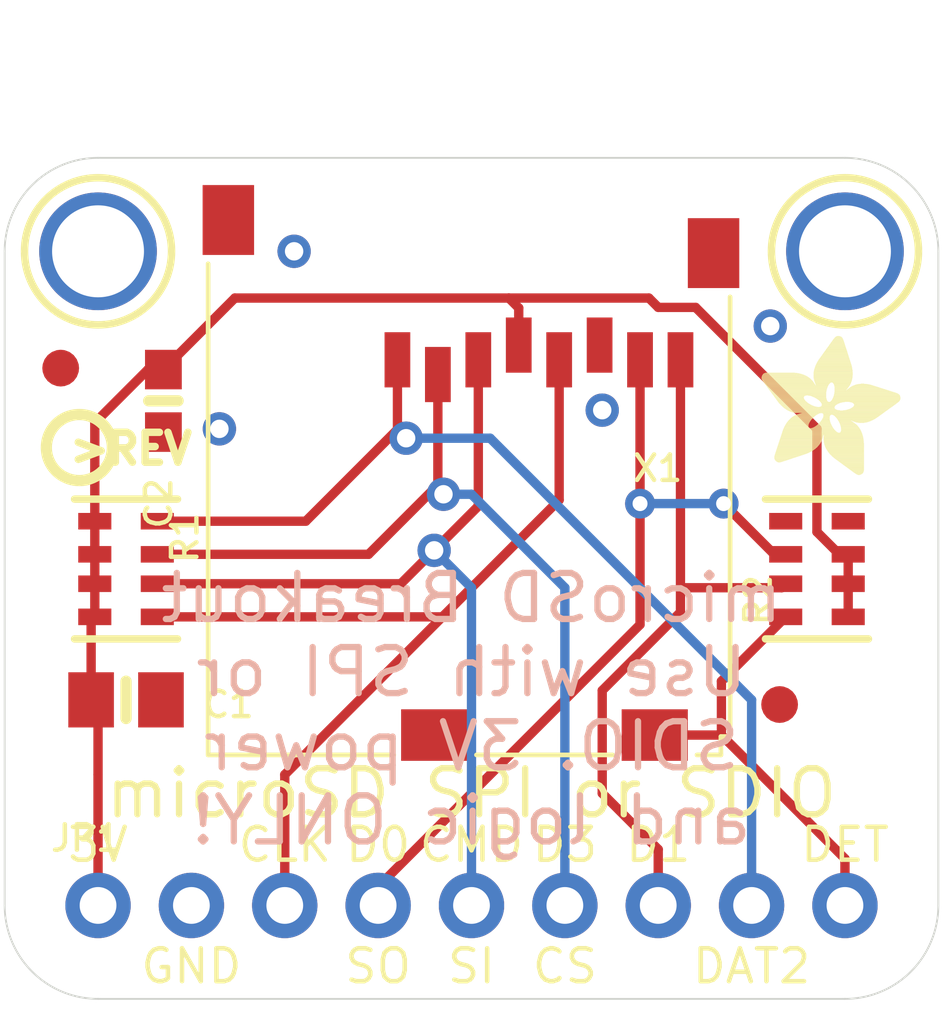
<source format=kicad_pcb>
(kicad_pcb (version 20211014) (generator pcbnew)
  (layers (0 "F.Cu" signal) (31 "B.Cu" signal) (34 "B.Paste" user) (35 "F.Paste" user) (36 "B.SilkS" user "B.Silkscreen") (37 "F.SilkS" user "F.Silkscreen") (38 "B.Mask" user) (39 "F.Mask" user) (44 "Edge.Cuts" user))
  (net 0 "")
  (net 1 "GND")
  (net 2 "DO")
  (net 3 "DI")
  (net 4 "SCLK")
  (net 5 "CS")
  (net 6 "DAT1")
  (net 7 "DAT2")
  (net 8 "3.3V")
  (net 9 "CARDDET")
  (footprint "boardEagle:PCBFEAT-REV-040" (layer "F.Cu") (at 137.8331 101.4476)
    (fp_text reference "U$7" hide)
    (fp_text value "" hide)
    (fp_text user ">REV" (at -0.3556 0.508) (layer "F.SilkS") (effects (font (size 0.8128 0.8128) (thickness 0.2032)) (justify left bottom)))
  )
  (footprint "boardEagle:RESPACK_4X0603" (layer "F.Cu") (at 157.8991 104.7496 90)
    (fp_text reference "R2" (at -1.6 -1.6 90) (layer "F.SilkS") (effects (font (size 0.692831 0.692831) (thickness 0.119969)) (justify left)))
    (fp_text value "47K")
    (pad "1" smd rect (at -1.3 0.85 90) (size 0.45 0.9) (layers "F.Cu" "F.Paste" "F.Mask") (net 8 "3.3V"))
    (pad "2" smd rect (at -0.4 0.85 90) (size 0.45 0.9) (layers "F.Cu" "F.Paste" "F.Mask") (net 8 "3.3V"))
    (pad "3" smd rect (at 0.4 0.85 90) (size 0.45 0.9) (layers "F.Cu" "F.Paste" "F.Mask") (net 8 "3.3V"))
    (pad "4" smd rect (at 1.3 0.85 90) (size 0.45 0.9) (layers "F.Cu" "F.Paste" "F.Mask"))
    (pad "5" smd rect (at 1.3 -0.85 90) (size 0.45 0.9) (layers "F.Cu" "F.Paste" "F.Mask"))
    (pad "6" smd rect (at 0.4 -0.85 90) (size 0.45 0.9) (layers "F.Cu" "F.Paste" "F.Mask") (net 2 "DO"))
    (pad "7" smd rect (at -0.4 -0.85 90) (size 0.45 0.9) (layers "F.Cu" "F.Paste" "F.Mask") (net 6 "DAT1"))
    (pad "8" smd rect (at -1.3 -0.85 90) (size 0.45 0.9) (layers "F.Cu" "F.Paste" "F.Mask") (net 9 "CARDDET"))
  )
  (footprint "boardEagle:1X09_ROUND_70" (layer "F.Cu") (at 148.5011 113.8936)
    (fp_text reference "JP1" (at -11.5062 -1.8288) (layer "F.SilkS") (effects (font (size 0.692831 0.692831) (thickness 0.119969)) (justify left)))
    (fp_text value "")
    (pad "1" thru_hole circle (at -10.16 0 90) (size 1.778 1.778) (drill 1) (layers *.Cu *.Mask) (net 8 "3.3V"))
    (pad "2" thru_hole circle (at -7.62 0 90) (size 1.778 1.778) (drill 1) (layers *.Cu *.Mask) (net 1 "GND"))
    (pad "3" thru_hole circle (at -5.08 0 90) (size 1.778 1.778) (drill 1) (layers *.Cu *.Mask) (net 4 "SCLK"))
    (pad "4" thru_hole circle (at -2.54 0 90) (size 1.778 1.778) (drill 1) (layers *.Cu *.Mask) (net 2 "DO"))
    (pad "5" thru_hole circle (at 0 0 90) (size 1.778 1.778) (drill 1) (layers *.Cu *.Mask) (net 3 "DI"))
    (pad "6" thru_hole circle (at 2.54 0 90) (size 1.778 1.778) (drill 1) (layers *.Cu *.Mask) (net 5 "CS"))
    (pad "7" thru_hole circle (at 5.08 0 90) (size 1.778 1.778) (drill 1) (layers *.Cu *.Mask) (net 6 "DAT1"))
    (pad "8" thru_hole circle (at 7.62 0 90) (size 1.778 1.778) (drill 1) (layers *.Cu *.Mask) (net 7 "DAT2"))
    (pad "9" thru_hole circle (at 10.16 0 90) (size 1.778 1.778) (drill 1) (layers *.Cu *.Mask) (net 9 "CARDDET"))
  )
  (footprint "boardEagle:RESPACK_4X0603" (layer "F.Cu") (at 139.1031 104.7496 -90)
    (fp_text reference "R1" (at -1.6 -1.6 90) (layer "F.SilkS") (effects (font (size 0.692831 0.692831) (thickness 0.119969)) (justify right)))
    (fp_text value "47K")
    (pad "1" smd rect (at -1.3 0.85 270) (size 0.45 0.9) (layers "F.Cu" "F.Paste" "F.Mask") (net 8 "3.3V"))
    (pad "2" smd rect (at -0.4 0.85 270) (size 0.45 0.9) (layers "F.Cu" "F.Paste" "F.Mask") (net 8 "3.3V"))
    (pad "3" smd rect (at 0.4 0.85 270) (size 0.45 0.9) (layers "F.Cu" "F.Paste" "F.Mask") (net 8 "3.3V"))
    (pad "4" smd rect (at 1.3 0.85 270) (size 0.45 0.9) (layers "F.Cu" "F.Paste" "F.Mask") (net 8 "3.3V"))
    (pad "5" smd rect (at 1.3 -0.85 270) (size 0.45 0.9) (layers "F.Cu" "F.Paste" "F.Mask") (net 4 "SCLK"))
    (pad "6" smd rect (at 0.4 -0.85 270) (size 0.45 0.9) (layers "F.Cu" "F.Paste" "F.Mask") (net 3 "DI"))
    (pad "7" smd rect (at -0.4 -0.85 270) (size 0.45 0.9) (layers "F.Cu" "F.Paste" "F.Mask") (net 5 "CS"))
    (pad "8" smd rect (at -1.3 -0.85 270) (size 0.45 0.9) (layers "F.Cu" "F.Paste" "F.Mask") (net 7 "DAT2"))
  )
  (footprint "boardEagle:ADAFRUIT_3.5MM" (layer "F.Cu") (at 156.3751 102.2096)
    (fp_text reference "U$4" hide)
    (fp_text value "" hide)
  )
  (footprint "boardEagle:0805-NO" (layer "F.Cu") (at 139.1031 108.3056)
    (fp_text reference "C1" (at 2.032 0.127) (layer "F.SilkS") (effects (font (size 0.692831 0.692831) (thickness 0.119969)) (justify left)))
    (fp_text value "10uF")
    (pad "1" smd rect (at -0.95 0) (size 1.24 1.5) (layers "F.Cu" "F.Paste" "F.Mask") (net 8 "3.3V"))
    (pad "2" smd rect (at 0.95 0) (size 1.24 1.5) (layers "F.Cu" "F.Paste" "F.Mask") (net 1 "GND"))
  )
  (footprint "boardEagle:0603-NO" (layer "F.Cu") (at 140.1191 100.1776 -90)
    (fp_text reference "C2" (at 2.032 0.127 90) (layer "F.SilkS") (effects (font (size 0.692831 0.692831) (thickness 0.119969)) (justify right)))
    (fp_text value "0.1uF")
    (pad "1" smd rect (at -0.85 0 270) (size 1.075 1) (layers "F.Cu" "F.Paste" "F.Mask") (net 8 "3.3V"))
    (pad "2" smd rect (at 0.85 0 270) (size 1.075 1) (layers "F.Cu" "F.Paste" "F.Mask") (net 1 "GND"))
  )
  (footprint "boardEagle:MOUNTINGHOLE_2.5_PLATED" (layer "F.Cu") (at 138.3411 96.1136)
    (fp_text reference "U$1" hide)
    (fp_text value "MOUNTINGHOLE2.5" hide)
    (pad "P$1" thru_hole circle (at 0 0) (size 3.2 3.2) (drill 2.5) (layers *.Cu *.Mask))
  )
  (footprint "boardEagle:FIDUCIAL_1MM" (layer "F.Cu") (at 137.3251 99.2886)
    (fp_text reference "FID1" hide)
    (fp_text value "FIDUCIAL\"\"" hide)
    (pad "1" smd roundrect (at 0 0) (size 1 1) (layers "F.Cu" "F.Mask") (roundrect_rratio 0.5))
  )
  (footprint "boardEagle:MICROSD" (layer "F.Cu") (at 155.4861 109.7026 180)
    (fp_text reference "X1" (at 1.18 7.69) (layer "F.SilkS") (effects (font (size 0.692831 0.692831) (thickness 0.119969)) (justify right)))
    (fp_text value "microSD")
    (pad "1" smd rect (at 9 10.64 180) (size 0.7 1.5) (layers "F.Cu" "F.Paste" "F.Mask") (net 7 "DAT2"))
    (pad "2" smd rect (at 7.9 10.24 180) (size 0.7 1.5) (layers "F.Cu" "F.Paste" "F.Mask") (net 5 "CS"))
    (pad "3" smd rect (at 6.8 10.64 180) (size 0.7 1.5) (layers "F.Cu" "F.Paste" "F.Mask") (net 3 "DI"))
    (pad "4" smd rect (at 5.7 11.04 180) (size 0.7 1.5) (layers "F.Cu" "F.Paste" "F.Mask") (net 8 "3.3V"))
    (pad "5" smd rect (at 4.6 10.64 180) (size 0.7 1.5) (layers "F.Cu" "F.Paste" "F.Mask") (net 4 "SCLK"))
    (pad "6" smd rect (at 3.5 11.04 180) (size 0.7 1.5) (layers "F.Cu" "F.Paste" "F.Mask") (net 1 "GND"))
    (pad "7" smd rect (at 2.4 10.64 180) (size 0.7 1.5) (layers "F.Cu" "F.Paste" "F.Mask") (net 2 "DO"))
    (pad "8" smd rect (at 1.3 10.64 180) (size 0.7 1.5) (layers "F.Cu" "F.Paste" "F.Mask") (net 6 "DAT1"))
    (pad "CD1" smd rect (at 2 0.44 270) (size 1.4 1.8) (layers "F.Cu" "F.Paste" "F.Mask") (net 9 "CARDDET"))
    (pad "CD2" smd rect (at 8 0.44 270) (size 1.4 1.8) (layers "F.Cu" "F.Paste" "F.Mask"))
    (pad "MT1" smd rect (at 0.4 13.54 180) (size 1.4 1.9) (layers "F.Cu" "F.Paste" "F.Mask") (net 1 "GND"))
    (pad "MT2" smd rect (at 13.6 14.44 180) (size 1.4 1.9) (layers "F.Cu" "F.Paste" "F.Mask") (net 1 "GND"))
  )
  (footprint "boardEagle:FIDUCIAL_1MM" (layer "F.Cu") (at 156.8831 108.4326)
    (fp_text reference "FID2" hide)
    (fp_text value "FIDUCIAL\"\"" hide)
    (pad "1" smd roundrect (at 0 0) (size 1 1) (layers "F.Cu" "F.Mask") (roundrect_rratio 0.5))
  )
  (footprint "boardEagle:MOUNTINGHOLE_2.5_PLATED" (layer "F.Cu") (at 158.6611 96.1136)
    (fp_text reference "U$2" hide)
    (fp_text value "MOUNTINGHOLE2.5" hide)
    (pad "P$1" thru_hole circle (at 0 0) (size 3.2 3.2) (drill 2.5) (layers *.Cu *.Mask))
  )
  (gr_line (start 138.3411 93.5736) (end 158.6611 93.5736) (layer "Edge.Cuts") (width 0.05))
  (gr_line (start 158.6611 116.4336) (end 138.3411 116.4336) (layer "Edge.Cuts") (width 0.05))
  (gr_arc (start 138.3411 116.4336) (mid 136.545049 115.689651) (end 135.8011 113.8936) (layer "Edge.Cuts") (width 0.05))
  (gr_arc (start 135.8011 96.1136) (mid 136.545049 94.317549) (end 138.3411 93.5736) (layer "Edge.Cuts") (width 0.05))
  (gr_arc (start 161.2011 113.8936) (mid 160.457151 115.689651) (end 158.6611 116.4336) (layer "Edge.Cuts") (width 0.05))
  (gr_line (start 161.2011 96.1136) (end 161.2011 113.8936) (layer "Edge.Cuts") (width 0.05))
  (gr_arc (start 158.6611 93.5736) (mid 160.457151 94.317549) (end 161.2011 96.1136) (layer "Edge.Cuts") (width 0.05))
  (gr_line (start 135.8011 113.8936) (end 135.8011 96.1136) (layer "Edge.Cuts") (width 0.05))
  (gr_text "microSD Breakout\nUse with SPI or\nSDIO. 3V power\nand logic ONLY!" (at 148.5011 108.5596) (layer "B.SilkS") (effects (font (size 1.251712 1.251712) (thickness 0.170688)) (justify mirror)))
  (gr_text "GND" (at 140.8811 115.5446) (layer "F.SilkS") (effects (font (size 0.89408 0.89408) (thickness 0.12192))))
  (gr_text "D0" (at 145.9611 112.2426) (layer "F.SilkS") (effects (font (size 0.89408 0.89408) (thickness 0.12192))))
  (gr_text "CMD" (at 148.5011 112.2426) (layer "F.SilkS") (effects (font (size 0.89408 0.89408) (thickness 0.12192))))
  (gr_text "CS" (at 151.0411 115.5446) (layer "F.SilkS") (effects (font (size 0.89408 0.89408) (thickness 0.12192))))
  (gr_text "D3" (at 151.0411 112.2426) (layer "F.SilkS") (effects (font (size 0.89408 0.89408) (thickness 0.12192))))
  (gr_text "SI" (at 148.5011 115.5446) (layer "F.SilkS") (effects (font (size 0.89408 0.89408) (thickness 0.12192))))
  (gr_text "3V" (at 138.3411 112.2426) (layer "F.SilkS") (effects (font (size 0.89408 0.89408) (thickness 0.12192))))
  (gr_text "SO" (at 145.9611 115.5446) (layer "F.SilkS") (effects (font (size 0.89408 0.89408) (thickness 0.12192))))
  (gr_text "CLK" (at 143.4211 112.2426) (layer "F.SilkS") (effects (font (size 0.89408 0.89408) (thickness 0.12192))))
  (gr_text "D1" (at 153.5811 112.2426) (layer "F.SilkS") (effects (font (size 0.89408 0.89408) (thickness 0.12192))))
  (gr_text "DET" (at 158.6611 112.2426) (layer "F.SilkS") (effects (font (size 0.89408 0.89408) (thickness 0.12192))))
  (gr_text "DAT2" (at 156.1211 115.5446) (layer "F.SilkS") (effects (font (size 0.89408 0.89408) (thickness 0.12192))))
  (gr_text "microSD SPI or SDIO" (at 148.5011 110.8456) (layer "F.SilkS") (effects (font (size 1.251712 1.251712) (thickness 0.170688))))
  (via (at 156.6291 98.1456) (size 0.9064) (drill 0.5) (layers "F.Cu" "B.Cu") (net 1))
  (via (at 141.6431 100.9396) (size 0.9064) (drill 0.5) (layers "F.Cu" "B.Cu") (net 1))
  (via (at 143.6751 96.1136) (size 0.9064) (drill 0.5) (layers "F.Cu" "B.Cu") (net 1))
  (via (at 152.0571 100.4316) (size 0.9064) (drill 0.5) (layers "F.Cu" "B.Cu") (net 1))
  (segment (start 145.9611 113.3856) (end 145.9611 113.8936) (width 0.254) (layer "F.Cu") (net 2))
  (segment (start 156.7371 104.3496) (end 155.3591 102.9716) (width 0.254) (layer "F.Cu") (net 2))
  (segment (start 157.0491 104.3496) (end 156.7371 104.3496) (width 0.254) (layer "F.Cu") (net 2))
  (segment (start 153.0861 102.9716) (end 153.0861 106.2606) (width 0.254) (layer "F.Cu") (net 2))
  (segment (start 153.0861 106.2606) (end 145.9611 113.3856) (width 0.254) (layer "F.Cu") (net 2))
  (segment (start 153.0861 99.0626) (end 153.0861 102.9716) (width 0.254) (layer "F.Cu") (net 2))
  (via (at 155.3591 102.9716) (size 0.8128) (drill 0.4064) (layers "F.Cu" "B.Cu") (net 2))
  (via (at 153.0861 102.9716) (size 0.8128) (drill 0.4064) (layers "F.Cu" "B.Cu") (net 2))
  (segment (start 155.3591 102.9716) (end 153.0861 102.9716) (width 0.254) (layer "B.Cu") (net 2))
  (segment (start 148.6861 103.0406) (end 147.4851 104.2416) (width 0.254) (layer "F.Cu") (net 3))
  (segment (start 147.4851 104.2416) (end 146.5771 105.1496) (width 0.254) (layer "F.Cu") (net 3))
  (segment (start 148.6861 99.0626) (end 148.6861 103.0406) (width 0.254) (layer "F.Cu") (net 3))
  (segment (start 139.9531 105.1496) (end 146.5771 105.1496) (width 0.254) (layer "F.Cu") (net 3))
  (via (at 147.4851 104.2416) (size 0.9064) (drill 0.5) (layers "F.Cu" "B.Cu") (net 3))
  (segment (start 148.5011 105.2576) (end 148.5011 113.8936) (width 0.254) (layer "B.Cu") (net 3))
  (segment (start 147.4851 104.2416) (end 148.5011 105.2576) (width 0.254) (layer "B.Cu") (net 3))
  (segment (start 150.8861 102.8726) (end 147.7091 106.0496) (width 0.254) (layer "F.Cu") (net 4))
  (segment (start 143.4211 110.3376) (end 143.4211 113.8936) (width 0.254) (layer "F.Cu") (net 4))
  (segment (start 147.7091 106.0496) (end 143.4211 110.3376) (width 0.254) (layer "F.Cu") (net 4))
  (segment (start 150.8861 99.0626) (end 150.8861 102.8726) (width 0.254) (layer "F.Cu") (net 4))
  (segment (start 139.9531 106.0496) (end 147.7091 106.0496) (width 0.254) (layer "F.Cu") (net 4))
  (segment (start 147.5861 102.5646) (end 147.7391 102.7176) (width 0.254) (layer "F.Cu") (net 5))
  (segment (start 147.5861 102.4636) (end 147.5861 102.5646) (width 0.254) (layer "F.Cu") (net 5))
  (segment (start 139.9531 104.3496) (end 145.7001 104.3496) (width 0.254) (layer "F.Cu") (net 5))
  (segment (start 145.7001 104.3496) (end 147.5861 102.4636) (width 0.254) (layer "F.Cu") (net 5))
  (segment (start 147.5861 99.4626) (end 147.5861 102.4636) (width 0.254) (layer "F.Cu") (net 5))
  (via (at 147.7391 102.7176) (size 0.9064) (drill 0.5) (layers "F.Cu" "B.Cu") (net 5))
  (segment (start 151.0411 105.2576) (end 148.5011 102.7176) (width 0.254) (layer "B.Cu") (net 5))
  (segment (start 148.5011 102.7176) (end 147.7391 102.7176) (width 0.254) (layer "B.Cu") (net 5))
  (segment (start 151.0411 105.2576) (end 151.0411 113.8936) (width 0.254) (layer "B.Cu") (net 5))
  (segment (start 152.0571 110.8456) (end 153.5811 112.3696) (width 0.254) (layer "F.Cu") (net 6))
  (segment (start 154.1861 105.9226) (end 152.0571 108.0516) (width 0.254) (layer "F.Cu") (net 6))
  (segment (start 152.0571 108.0516) (end 152.0571 110.8456) (width 0.254) (layer "F.Cu") (net 6))
  (segment (start 154.1861 105.2576) (end 154.1861 105.9226) (width 0.254) (layer "F.Cu") (net 6))
  (segment (start 157.0491 105.1496) (end 156.9411 105.2576) (width 0.254) (layer "F.Cu") (net 6))
  (segment (start 154.1861 99.0626) (end 154.1861 105.2576) (width 0.254) (layer "F.Cu") (net 6))
  (segment (start 156.9411 105.2576) (end 154.1861 105.2576) (width 0.254) (layer "F.Cu") (net 6))
  (segment (start 153.5811 112.3696) (end 153.5811 113.8936) (width 0.254) (layer "F.Cu") (net 6))
  (segment (start 143.9931 103.4496) (end 146.4861 100.9566) (width 0.254) (layer "F.Cu") (net 7))
  (segment (start 146.4861 100.9566) (end 146.4861 99.0626) (width 0.254) (layer "F.Cu") (net 7))
  (segment (start 146.7231 101.1936) (end 146.4861 100.9566) (width 0.254) (layer "F.Cu") (net 7))
  (segment (start 139.9531 103.4496) (end 143.9931 103.4496) (width 0.254) (layer "F.Cu") (net 7))
  (via (at 146.7231 101.1936) (size 0.9064) (drill 0.5) (layers "F.Cu" "B.Cu") (net 7))
  (segment (start 156.1211 108.3056) (end 149.0091 101.1936) (width 0.254) (layer "B.Cu") (net 7))
  (segment (start 156.1211 113.8936) (end 156.1211 108.3056) (width 0.254) (layer "B.Cu") (net 7))
  (segment (start 149.0091 101.1936) (end 146.7231 101.1936) (width 0.254) (layer "B.Cu") (net 7))
  (segment (start 153.5811 97.6376) (end 153.3271 97.3836) (width 0.254) (layer "F.Cu") (net 8))
  (segment (start 139.6991 99.3276) (end 138.2531 100.7736) (width 0.254) (layer "F.Cu") (net 8))
  (segment (start 149.5171 97.3836) (end 149.7861 97.6526) (width 0.254) (layer "F.Cu") (net 8))
  (segment (start 140.1191 99.3276) (end 142.0631 97.3836) (width 0.254) (layer "F.Cu") (net 8))
  (segment (start 153.3271 97.3836) (end 149.5171 97.3836) (width 0.254) (layer "F.Cu") (net 8))
  (segment (start 158.7491 104.3496) (end 158.7491 105.1496) (width 0.254) (layer "F.Cu") (net 8))
  (segment (start 138.1531 108.3056) (end 138.3411 108.3056) (width 0.254) (layer "F.Cu") (net 8))
  (segment (start 138.1531 108.3056) (end 138.1531 106.1496) (width 0.254) (layer "F.Cu") (net 8))
  (segment (start 149.7861 97.6526) (end 149.7861 98.6626) (width 0.254) (layer "F.Cu") (net 8))
  (segment (start 138.2531 105.1496) (end 138.2531 104.3496) (width 0.254) (layer "F.Cu") (net 8))
  (segment (start 157.8991 103.741575) (end 158.507125 104.3496) (width 0.254) (layer "F.Cu") (net 8))
  (segment (start 138.2531 106.0496) (end 138.2531 105.1496) (width 0.254) (layer "F.Cu") (net 8))
  (segment (start 142.0631 97.3836) (end 149.5171 97.3836) (width 0.254) (layer "F.Cu") (net 8))
  (segment (start 158.507125 104.3496) (end 158.7491 104.3496) (width 0.254) (layer "F.Cu") (net 8))
  (segment (start 138.2531 104.3496) (end 138.2531 103.4496) (width 0.254) (layer "F.Cu") (net 8))
  (segment (start 138.2531 103.4496) (end 138.2531 100.7736) (width 0.254) (layer "F.Cu") (net 8))
  (segment (start 158.7491 105.1496) (end 158.7491 106.0496) (width 0.254) (layer "F.Cu") (net 8))
  (segment (start 157.8991 100.9396) (end 157.8991 103.741575) (width 0.254) (layer "F.Cu") (net 8))
  (segment (start 153.5811 97.6376) (end 154.5971 97.6376) (width 0.254) (layer "F.Cu") (net 8))
  (segment (start 154.5971 97.6376) (end 157.8991 100.9396) (width 0.254) (layer "F.Cu") (net 8))
  (segment (start 138.3411 110.3376) (end 138.3411 113.8936) (width 0.254) (layer "F.Cu") (net 8))
  (segment (start 138.3411 108.3056) (end 138.3411 110.3376) (width 0.254) (layer "F.Cu") (net 8))
  (segment (start 140.1191 99.3276) (end 139.6991 99.3276) (width 0.254) (layer "F.Cu") (net 8))
  (segment (start 138.1531 106.1496) (end 138.2531 106.0496) (width 0.254) (layer "F.Cu") (net 8))
  (segment (start 155.3001 107.7986) (end 155.3001 109.2626) (width 0.254) (layer "F.Cu") (net 9))
  (segment (start 157.0491 106.0496) (end 155.3001 107.7986) (width 0.254) (layer "F.Cu") (net 9))
  (segment (start 155.3001 109.2626) (end 158.6611 112.6236) (width 0.254) (layer "F.Cu") (net 9))
  (segment (start 153.4861 109.2626) (end 155.3001 109.2626) (width 0.254) (layer "F.Cu") (net 9))
  (segment (start 158.6611 112.6236) (end 158.6611 113.8936) (width 0.254) (layer "F.Cu") (net 9))
)
</source>
